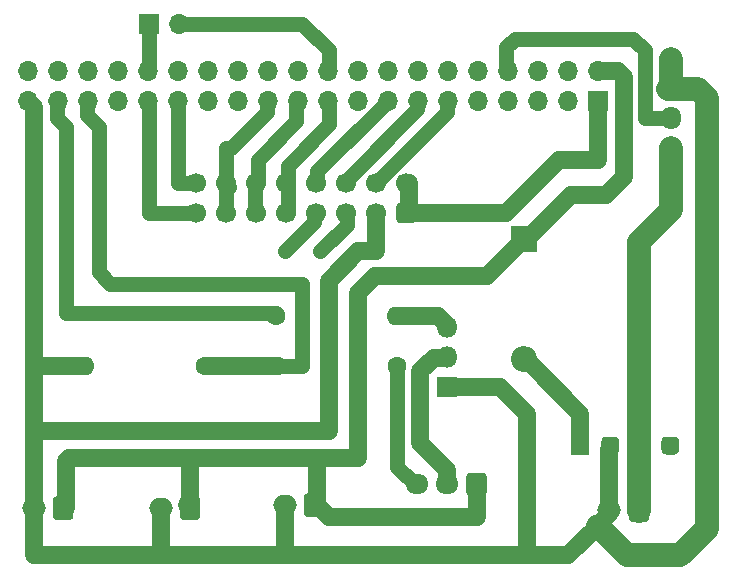
<source format=gbr>
%TF.GenerationSoftware,KiCad,Pcbnew,(5.1.8-0-10_14)*%
%TF.CreationDate,2021-07-25T13:55:07-04:00*%
%TF.ProjectId,Test,54657374-2e6b-4696-9361-645f70636258,rev?*%
%TF.SameCoordinates,PX9b0780PY44cb540*%
%TF.FileFunction,Copper,L2,Bot*%
%TF.FilePolarity,Positive*%
%FSLAX46Y46*%
G04 Gerber Fmt 4.6, Leading zero omitted, Abs format (unit mm)*
G04 Created by KiCad (PCBNEW (5.1.8-0-10_14)) date 2021-07-25 13:55:07*
%MOMM*%
%LPD*%
G01*
G04 APERTURE LIST*
%TA.AperFunction,ComponentPad*%
%ADD10O,1.700000X1.700000*%
%TD*%
%TA.AperFunction,ComponentPad*%
%ADD11R,1.700000X1.700000*%
%TD*%
%TA.AperFunction,ComponentPad*%
%ADD12O,1.600000X1.600000*%
%TD*%
%TA.AperFunction,ComponentPad*%
%ADD13C,1.600000*%
%TD*%
%TA.AperFunction,ComponentPad*%
%ADD14O,2.000000X1.700000*%
%TD*%
%TA.AperFunction,ComponentPad*%
%ADD15O,1.700000X1.950000*%
%TD*%
%TA.AperFunction,ComponentPad*%
%ADD16O,1.950000X1.700000*%
%TD*%
%TA.AperFunction,ComponentPad*%
%ADD17C,1.700000*%
%TD*%
%TA.AperFunction,ComponentPad*%
%ADD18R,1.524000X1.524000*%
%TD*%
%TA.AperFunction,ComponentPad*%
%ADD19O,1.800000X1.800000*%
%TD*%
%TA.AperFunction,ComponentPad*%
%ADD20R,1.800000X1.800000*%
%TD*%
%TA.AperFunction,ComponentPad*%
%ADD21O,2.200000X2.200000*%
%TD*%
%TA.AperFunction,ComponentPad*%
%ADD22R,2.200000X2.200000*%
%TD*%
%TA.AperFunction,ViaPad*%
%ADD23C,0.800000*%
%TD*%
%TA.AperFunction,Conductor*%
%ADD24C,1.500000*%
%TD*%
%TA.AperFunction,Conductor*%
%ADD25C,2.000000*%
%TD*%
%TA.AperFunction,Conductor*%
%ADD26C,1.250000*%
%TD*%
G04 APERTURE END LIST*
D10*
%TO.P,J9,2*%
%TO.N,GND*%
X34045000Y52500000D03*
D11*
%TO.P,J9,1*%
%TO.N,Buzzer*%
X31505000Y52500000D03*
%TD*%
D12*
%TO.P,R2,2*%
%TO.N,GND*%
X26095000Y23500000D03*
D13*
%TO.P,R2,1*%
%TO.N,ZProbe3V3*%
X36255000Y23500000D03*
%TD*%
D12*
%TO.P,R1,2*%
%TO.N,ZProbe3V3*%
X42345000Y23500000D03*
D13*
%TO.P,R1,1*%
%TO.N,ZProbeIn*%
X52505000Y23500000D03*
%TD*%
D14*
%TO.P,J8,2*%
%TO.N,GND*%
X32505000Y11500000D03*
%TO.P,J8,1*%
%TO.N,+5V*%
%TA.AperFunction,ComponentPad*%
G36*
G01*
X35855000Y10750000D02*
X35855000Y12250000D01*
G75*
G03*
X35605000Y12500000I-250000J0D01*
G01*
X34405000Y12500000D01*
G75*
G03*
X34155000Y12250000I0J-250000D01*
G01*
X34155000Y10750000D01*
G75*
G03*
X34405000Y10500000I250000J0D01*
G01*
X35605000Y10500000D01*
G75*
G03*
X35855000Y10750000I0J250000D01*
G01*
G37*
%TD.AperFunction*%
%TD*%
D15*
%TO.P,J7,5*%
%TO.N,GND*%
X75755000Y49500000D03*
%TO.P,J7,4*%
X75755000Y47000000D03*
%TO.P,J7,3*%
%TO.N,UVControl*%
X75755000Y44500000D03*
%TO.P,J7,2*%
%TO.N,+24V*%
X75755000Y42000000D03*
%TO.P,J7,1*%
%TA.AperFunction,ComponentPad*%
G36*
G01*
X75030000Y38650000D02*
X76480000Y38650000D01*
G75*
G03*
X76730000Y38900000I0J250000D01*
G01*
X76730000Y40100000D01*
G75*
G03*
X76480000Y40350000I-250000J0D01*
G01*
X75030000Y40350000D01*
G75*
G03*
X74780000Y40100000I0J-250000D01*
G01*
X74780000Y38900000D01*
G75*
G03*
X75030000Y38650000I250000J0D01*
G01*
G37*
%TD.AperFunction*%
%TD*%
D16*
%TO.P,J5,3*%
%TO.N,ZProbeIn*%
X54255000Y13500000D03*
%TO.P,J5,2*%
%TO.N,LaserGnd*%
X56755000Y13500000D03*
%TO.P,J5,1*%
%TO.N,+5V*%
%TA.AperFunction,ComponentPad*%
G36*
G01*
X60105000Y12775000D02*
X60105000Y14225000D01*
G75*
G03*
X59855000Y14475000I-250000J0D01*
G01*
X58655000Y14475000D01*
G75*
G03*
X58405000Y14225000I0J-250000D01*
G01*
X58405000Y12775000D01*
G75*
G03*
X58655000Y12525000I250000J0D01*
G01*
X59855000Y12525000D01*
G75*
G03*
X60105000Y12775000I0J250000D01*
G01*
G37*
%TD.AperFunction*%
%TD*%
D17*
%TO.P,J6,16*%
%TO.N,T_IRQ*%
X35543000Y39040000D03*
%TO.P,J6,14*%
%TO.N,SLCK*%
X38083000Y39040000D03*
%TO.P,J6,12*%
%TO.N,MISO*%
X40623000Y39040000D03*
%TO.P,J6,10*%
%TO.N,MOSI*%
X43163000Y39040000D03*
%TO.P,J6,8*%
%TO.N,RESET*%
X45703000Y39040000D03*
%TO.P,J6,6*%
%TO.N,DC*%
X48243000Y39040000D03*
%TO.P,J6,4*%
%TO.N,CS*%
X50783000Y39040000D03*
%TO.P,J6,2*%
%TO.N,+3V3*%
X53323000Y39040000D03*
%TO.P,J6,15*%
%TO.N,T_CS*%
X35543000Y36500000D03*
%TO.P,J6,13*%
%TO.N,SLCK*%
X38083000Y36500000D03*
%TO.P,J6,11*%
%TO.N,MISO*%
X40623000Y36500000D03*
%TO.P,J6,9*%
%TO.N,MOSI*%
X43163000Y36500000D03*
%TO.P,J6,7*%
%TO.N,SDA*%
X45703000Y36500000D03*
%TO.P,J6,5*%
%TO.N,SCL*%
X48243000Y36500000D03*
%TO.P,J6,3*%
%TO.N,GND*%
X50783000Y36500000D03*
%TO.P,J6,1*%
%TO.N,+3V3*%
%TA.AperFunction,ComponentPad*%
G36*
G01*
X52723000Y35650000D02*
X53923000Y35650000D01*
G75*
G03*
X54173000Y35900000I0J250000D01*
G01*
X54173000Y37100000D01*
G75*
G03*
X53923000Y37350000I-250000J0D01*
G01*
X52723000Y37350000D01*
G75*
G03*
X52473000Y37100000I0J-250000D01*
G01*
X52473000Y35900000D01*
G75*
G03*
X52723000Y35650000I250000J0D01*
G01*
G37*
%TD.AperFunction*%
%TD*%
D10*
%TO.P,J1,40*%
%TO.N,Net-(J1-Pad40)*%
X21245000Y48540000D03*
%TO.P,J1,39*%
%TO.N,GND*%
X21245000Y46000000D03*
%TO.P,J1,38*%
%TO.N,Net-(J1-Pad38)*%
X23785000Y48540000D03*
%TO.P,J1,37*%
%TO.N,LaserControl*%
X23785000Y46000000D03*
%TO.P,J1,36*%
%TO.N,Net-(J1-Pad36)*%
X26325000Y48540000D03*
%TO.P,J1,35*%
%TO.N,ZProbe3V3*%
X26325000Y46000000D03*
%TO.P,J1,34*%
%TO.N,Net-(J1-Pad34)*%
X28865000Y48540000D03*
%TO.P,J1,33*%
%TO.N,Net-(J1-Pad33)*%
X28865000Y46000000D03*
%TO.P,J1,32*%
%TO.N,Buzzer*%
X31405000Y48540000D03*
%TO.P,J1,31*%
%TO.N,T_CS*%
X31405000Y46000000D03*
%TO.P,J1,30*%
%TO.N,Net-(J1-Pad30)*%
X33945000Y48540000D03*
%TO.P,J1,29*%
%TO.N,T_IRQ*%
X33945000Y46000000D03*
%TO.P,J1,28*%
%TO.N,Net-(J1-Pad28)*%
X36485000Y48540000D03*
%TO.P,J1,27*%
%TO.N,Net-(J1-Pad27)*%
X36485000Y46000000D03*
%TO.P,J1,26*%
%TO.N,Net-(J1-Pad26)*%
X39025000Y48540000D03*
%TO.P,J1,25*%
%TO.N,Net-(J1-Pad25)*%
X39025000Y46000000D03*
%TO.P,J1,24*%
%TO.N,Net-(J1-Pad24)*%
X41565000Y48540000D03*
%TO.P,J1,23*%
%TO.N,SLCK*%
X41565000Y46000000D03*
%TO.P,J1,22*%
%TO.N,Net-(J1-Pad22)*%
X44105000Y48540000D03*
%TO.P,J1,21*%
%TO.N,MISO*%
X44105000Y46000000D03*
%TO.P,J1,20*%
%TO.N,GND*%
X46645000Y48540000D03*
%TO.P,J1,19*%
%TO.N,MOSI*%
X46645000Y46000000D03*
%TO.P,J1,18*%
%TO.N,Net-(J1-Pad18)*%
X49185000Y48540000D03*
%TO.P,J1,17*%
%TO.N,Net-(J1-Pad17)*%
X49185000Y46000000D03*
%TO.P,J1,16*%
%TO.N,Net-(J1-Pad16)*%
X51725000Y48540000D03*
%TO.P,J1,15*%
%TO.N,RESET*%
X51725000Y46000000D03*
%TO.P,J1,14*%
%TO.N,Net-(J1-Pad14)*%
X54265000Y48540000D03*
%TO.P,J1,13*%
%TO.N,DC*%
X54265000Y46000000D03*
%TO.P,J1,12*%
%TO.N,Net-(J1-Pad12)*%
X56805000Y48540000D03*
%TO.P,J1,11*%
%TO.N,CS*%
X56805000Y46000000D03*
%TO.P,J1,10*%
%TO.N,Net-(J1-Pad10)*%
X59345000Y48540000D03*
%TO.P,J1,9*%
%TO.N,Net-(J1-Pad9)*%
X59345000Y46000000D03*
%TO.P,J1,8*%
%TO.N,UVControl*%
X61885000Y48540000D03*
%TO.P,J1,7*%
%TO.N,Net-(J1-Pad7)*%
X61885000Y46000000D03*
%TO.P,J1,6*%
%TO.N,Net-(J1-Pad6)*%
X64425000Y48540000D03*
%TO.P,J1,5*%
%TO.N,SCL*%
X64425000Y46000000D03*
%TO.P,J1,4*%
%TO.N,Net-(J1-Pad4)*%
X66965000Y48540000D03*
%TO.P,J1,3*%
%TO.N,SDA*%
X66965000Y46000000D03*
%TO.P,J1,2*%
%TO.N,+5V*%
X69505000Y48540000D03*
D11*
%TO.P,J1,1*%
%TO.N,+3V3*%
X69505000Y46000000D03*
%TD*%
D14*
%TO.P,J3,2*%
%TO.N,GND*%
X43005000Y11750000D03*
%TO.P,J3,1*%
%TO.N,+5V*%
%TA.AperFunction,ComponentPad*%
G36*
G01*
X46355000Y11000000D02*
X46355000Y12500000D01*
G75*
G03*
X46105000Y12750000I-250000J0D01*
G01*
X44905000Y12750000D01*
G75*
G03*
X44655000Y12500000I0J-250000D01*
G01*
X44655000Y11000000D01*
G75*
G03*
X44905000Y10750000I250000J0D01*
G01*
X46105000Y10750000D01*
G75*
G03*
X46355000Y11000000I0J250000D01*
G01*
G37*
%TD.AperFunction*%
%TD*%
%TO.P,U1,4*%
%TO.N,Net-(U1-Pad4)*%
%TA.AperFunction,ComponentPad*%
G36*
G01*
X74903000Y17181000D02*
X74903000Y16419000D01*
G75*
G03*
X75284000Y16038000I381000J0D01*
G01*
X76046000Y16038000D01*
G75*
G03*
X76427000Y16419000I0J381000D01*
G01*
X76427000Y17181000D01*
G75*
G03*
X76046000Y17562000I-381000J0D01*
G01*
X75284000Y17562000D01*
G75*
G03*
X74903000Y17181000I0J-381000D01*
G01*
G37*
%TD.AperFunction*%
%TO.P,U1,3*%
%TO.N,+24V*%
%TA.AperFunction,ComponentPad*%
G36*
G01*
X72363000Y17181000D02*
X72363000Y16419000D01*
G75*
G03*
X72744000Y16038000I381000J0D01*
G01*
X73506000Y16038000D01*
G75*
G03*
X73887000Y16419000I0J381000D01*
G01*
X73887000Y17181000D01*
G75*
G03*
X73506000Y17562000I-381000J0D01*
G01*
X72744000Y17562000D01*
G75*
G03*
X72363000Y17181000I0J-381000D01*
G01*
G37*
%TD.AperFunction*%
%TO.P,U1,2*%
%TO.N,GND*%
%TA.AperFunction,ComponentPad*%
G36*
G01*
X69823000Y17181000D02*
X69823000Y16419000D01*
G75*
G03*
X70204000Y16038000I381000J0D01*
G01*
X70966000Y16038000D01*
G75*
G03*
X71347000Y16419000I0J381000D01*
G01*
X71347000Y17181000D01*
G75*
G03*
X70966000Y17562000I-381000J0D01*
G01*
X70204000Y17562000D01*
G75*
G03*
X69823000Y17181000I0J-381000D01*
G01*
G37*
%TD.AperFunction*%
D18*
%TO.P,U1,1*%
%TO.N,Net-(D1-Pad2)*%
X68045000Y16800000D03*
%TD*%
D19*
%TO.P,Q1,3*%
%TO.N,Net-(Q1-Pad3)*%
X56755000Y26830000D03*
%TO.P,Q1,2*%
%TO.N,LaserGnd*%
X56755000Y24290000D03*
D20*
%TO.P,Q1,1*%
%TO.N,GND*%
X56755000Y21750000D03*
%TD*%
D21*
%TO.P,D1,2*%
%TO.N,Net-(D1-Pad2)*%
X63255000Y24090000D03*
D22*
%TO.P,D1,1*%
%TO.N,+5V*%
X63255000Y34250000D03*
%TD*%
%TO.P,J2,1*%
%TO.N,+24V*%
%TA.AperFunction,ComponentPad*%
G36*
G01*
X73855000Y10584000D02*
X73855000Y12084000D01*
G75*
G03*
X73605000Y12334000I-250000J0D01*
G01*
X72405000Y12334000D01*
G75*
G03*
X72155000Y12084000I0J-250000D01*
G01*
X72155000Y10584000D01*
G75*
G03*
X72405000Y10334000I250000J0D01*
G01*
X73605000Y10334000D01*
G75*
G03*
X73855000Y10584000I0J250000D01*
G01*
G37*
%TD.AperFunction*%
D14*
%TO.P,J2,2*%
%TO.N,GND*%
X70505000Y11334000D03*
%TD*%
%TO.P,J4,2*%
%TO.N,GND*%
X21755000Y11500000D03*
%TO.P,J4,1*%
%TO.N,+5V*%
%TA.AperFunction,ComponentPad*%
G36*
G01*
X25105000Y10750000D02*
X25105000Y12250000D01*
G75*
G03*
X24855000Y12500000I-250000J0D01*
G01*
X23655000Y12500000D01*
G75*
G03*
X23405000Y12250000I0J-250000D01*
G01*
X23405000Y10750000D01*
G75*
G03*
X23655000Y10500000I250000J0D01*
G01*
X24855000Y10500000D01*
G75*
G03*
X25105000Y10750000I0J250000D01*
G01*
G37*
%TD.AperFunction*%
%TD*%
D13*
%TO.P,R3,1*%
%TO.N,LaserControl*%
X42255000Y27750000D03*
D12*
%TO.P,R3,2*%
%TO.N,Net-(Q1-Pad3)*%
X52415000Y27750000D03*
%TD*%
D23*
%TO.N,SCL*%
X46005000Y33250000D03*
%TO.N,SDA*%
X43005000Y33250000D03*
%TD*%
D24*
%TO.N,GND*%
X32505000Y11250000D02*
X32505000Y7500000D01*
X32505000Y7500000D02*
X43255000Y7500000D01*
X21755000Y11500000D02*
X21755000Y7500000D01*
X21755000Y7500000D02*
X32505000Y7500000D01*
X43005000Y7750000D02*
X43255000Y7500000D01*
X43005000Y11500000D02*
X43005000Y7750000D01*
X21755000Y23500000D02*
X26005000Y23500000D01*
X21755000Y23500000D02*
X21755000Y17750000D01*
X21755000Y17750000D02*
X21755000Y11500000D01*
X70505000Y11500000D02*
X70505000Y16500000D01*
X70505000Y11250000D02*
X70505000Y10990000D01*
X57005000Y21750000D02*
X61255000Y21750000D01*
X63529000Y19476000D02*
X63529000Y7524000D01*
X61255000Y21750000D02*
X63529000Y19476000D01*
X22005000Y18000000D02*
X21755000Y17750000D01*
X46755000Y18000000D02*
X22005000Y18000000D01*
X46755000Y30750000D02*
X46755000Y18000000D01*
X50755000Y36500000D02*
X50755000Y33250000D01*
X49255000Y33250000D02*
X46755000Y30750000D01*
X50755000Y33250000D02*
X49255000Y33250000D01*
X21755000Y45500000D02*
X21255000Y46000000D01*
X21755000Y23500000D02*
X21755000Y45500000D01*
D25*
X75755000Y47000000D02*
X75755000Y49500000D01*
D24*
X70505000Y10990000D02*
X69510000Y9995000D01*
D25*
X78005000Y47000000D02*
X75505000Y47000000D01*
X78755000Y46250000D02*
X78005000Y47000000D01*
X69510000Y9995000D02*
X72005000Y7500000D01*
X78755000Y46250000D02*
X78755000Y9750000D01*
X78755000Y9750000D02*
X76505000Y7500000D01*
X72005000Y7500000D02*
X76505000Y7500000D01*
D24*
X67039000Y7524000D02*
X69510000Y9995000D01*
X67015000Y7500000D02*
X67039000Y7524000D01*
X43255000Y7500000D02*
X67015000Y7500000D01*
D26*
X34005000Y52500000D02*
X44505000Y52500000D01*
X44505000Y52500000D02*
X46755000Y50250000D01*
X46755000Y48750000D02*
X46755000Y50250000D01*
D24*
%TO.N,+5V*%
X45755000Y15750000D02*
X45755000Y12250000D01*
X45755000Y15750000D02*
X35005000Y15750000D01*
X35005000Y12000000D02*
X34755000Y11750000D01*
X35005000Y15750000D02*
X35005000Y12000000D01*
X35005000Y15750000D02*
X24755000Y15750000D01*
X24505000Y15500000D02*
X24505000Y11500000D01*
X24755000Y15750000D02*
X24505000Y15500000D01*
X59255000Y13500000D02*
X59255000Y10750000D01*
X46755000Y10750000D02*
X45505000Y12000000D01*
X59255000Y10750000D02*
X46755000Y10750000D01*
X49255000Y29750000D02*
X50630000Y31125000D01*
X49255000Y15750000D02*
X49255000Y29750000D01*
X45755000Y15750000D02*
X49255000Y15750000D01*
X50630000Y31125000D02*
X60130000Y31125000D01*
X60130000Y31125000D02*
X63255000Y34250000D01*
D26*
X69505000Y48500000D02*
X70280002Y48500000D01*
D24*
X67255000Y38000000D02*
X63255000Y34000000D01*
X71755000Y39500000D02*
X70255000Y38000000D01*
X69755000Y48500000D02*
X71255000Y48500000D01*
X71755000Y48000000D02*
X71755000Y39500000D01*
X70255000Y38000000D02*
X67255000Y38000000D01*
X71255000Y48500000D02*
X71755000Y48000000D01*
%TO.N,Net-(D1-Pad2)*%
X68005000Y19500000D02*
X68005000Y17000000D01*
X63755000Y23750000D02*
X68005000Y19500000D01*
X63505000Y23750000D02*
X63755000Y23750000D01*
%TO.N,Net-(Q1-Pad3)*%
X56005000Y27750000D02*
X56755000Y27000000D01*
X52505000Y27750000D02*
X56005000Y27750000D01*
D26*
%TO.N,SLCK*%
X38083000Y38512000D02*
X38269081Y38698081D01*
X38005000Y42000000D02*
X38005000Y36500000D01*
X38005000Y42000000D02*
X38505000Y42000000D01*
X41505000Y45000000D02*
X41505000Y46000000D01*
X38505000Y42000000D02*
X41505000Y45000000D01*
%TO.N,MOSI*%
X43255000Y36500000D02*
X43255000Y39250000D01*
X43255000Y39000000D02*
X43255000Y40500000D01*
X46755000Y44000000D02*
X46755000Y46000000D01*
X43255000Y40500000D02*
X46755000Y44000000D01*
%TO.N,MISO*%
X40505000Y38750000D02*
X40755000Y39000000D01*
X40505000Y36500000D02*
X40505000Y38750000D01*
X40755000Y39000000D02*
X40755000Y41000000D01*
X44005000Y44250000D02*
X44005000Y46250000D01*
X40755000Y41000000D02*
X44005000Y44250000D01*
%TO.N,T_IRQ*%
X34005000Y45750000D02*
X34005000Y39000000D01*
X34005000Y39000000D02*
X35505000Y39000000D01*
%TO.N,RESET*%
X45755000Y40000000D02*
X51755000Y46000000D01*
X45755000Y39000000D02*
X45755000Y40000000D01*
%TO.N,DC*%
X48255000Y39250000D02*
X54255000Y45250000D01*
X48255000Y39000000D02*
X48255000Y39250000D01*
X54255000Y46000000D02*
X54255000Y45250000D01*
%TO.N,CS*%
X50755000Y39000000D02*
X50755000Y39025002D01*
X56755000Y45750000D02*
X56755000Y46000000D01*
X50755000Y39000000D02*
X56755000Y45000000D01*
X56755000Y45000000D02*
X56755000Y46000000D01*
D24*
%TO.N,+3V3*%
X61755000Y36500000D02*
X53505000Y36500000D01*
X66255000Y41000000D02*
X61755000Y36500000D01*
X69505000Y41000000D02*
X66255000Y41000000D01*
X69505000Y46000000D02*
X69505000Y41000000D01*
X53505000Y36500000D02*
X53505000Y39000000D01*
D26*
%TO.N,T_CS*%
X31505000Y45750000D02*
X31505000Y36500000D01*
X31505000Y36500000D02*
X35255000Y36500000D01*
%TO.N,LaserControl*%
X42255000Y28000000D02*
X24505000Y28000000D01*
X24505000Y28000000D02*
X24505000Y43750000D01*
X23755000Y44500000D02*
X23755000Y46000000D01*
X24505000Y43750000D02*
X23755000Y44500000D01*
%TO.N,UVControl*%
X75755000Y44500000D02*
X73505000Y44500000D01*
X73505000Y44500000D02*
X73505000Y50250000D01*
X73505000Y50250000D02*
X72505000Y51250000D01*
X72505000Y51250000D02*
X62505000Y51250000D01*
X61755000Y50500000D02*
X61755000Y48500000D01*
X62505000Y51250000D02*
X61755000Y50500000D01*
D24*
%TO.N,ZProbe3V3*%
X42255000Y23500000D02*
X36255000Y23500000D01*
D26*
X42255000Y23500000D02*
X44505000Y23500000D01*
X28255000Y30500000D02*
X44505000Y30500000D01*
X27255000Y31500000D02*
X28255000Y30500000D01*
X44505000Y23500000D02*
X44505000Y30500000D01*
X27255000Y31500000D02*
X27255000Y43750000D01*
X26255000Y44750000D02*
X26255000Y46000000D01*
X27255000Y43750000D02*
X26255000Y44750000D01*
%TO.N,SCL*%
X48255000Y36250000D02*
X48255000Y35500000D01*
X48255000Y35500000D02*
X46005000Y33250000D01*
X46005000Y33250000D02*
X46005000Y33250000D01*
%TO.N,SDA*%
X45505000Y36250000D02*
X45505000Y35750000D01*
X45505000Y35750000D02*
X43005000Y33250000D01*
X43005000Y33250000D02*
X43005000Y33250000D01*
D25*
%TO.N,+24V*%
X73005000Y17000000D02*
X73005000Y34000000D01*
X75755000Y42000000D02*
X75755000Y39500000D01*
X75755000Y36750000D02*
X73005000Y34000000D01*
X75755000Y39500000D02*
X75755000Y36750000D01*
X73005000Y11250000D02*
X73005000Y16750000D01*
D26*
%TO.N,ZProbeIn*%
X52505000Y15000000D02*
X54005000Y13500000D01*
X52505000Y23500000D02*
X52505000Y15000000D01*
D24*
%TO.N,LaserGnd*%
X55654998Y24250000D02*
X54505000Y23100002D01*
X56755000Y24250000D02*
X55654998Y24250000D01*
X54505000Y23100002D02*
X54505000Y17000000D01*
X56755000Y14750000D02*
X56755000Y13500000D01*
X54505000Y17000000D02*
X56755000Y14750000D01*
D26*
%TO.N,Buzzer*%
X31505000Y48500000D02*
X31505000Y52500000D01*
%TD*%
M02*

</source>
